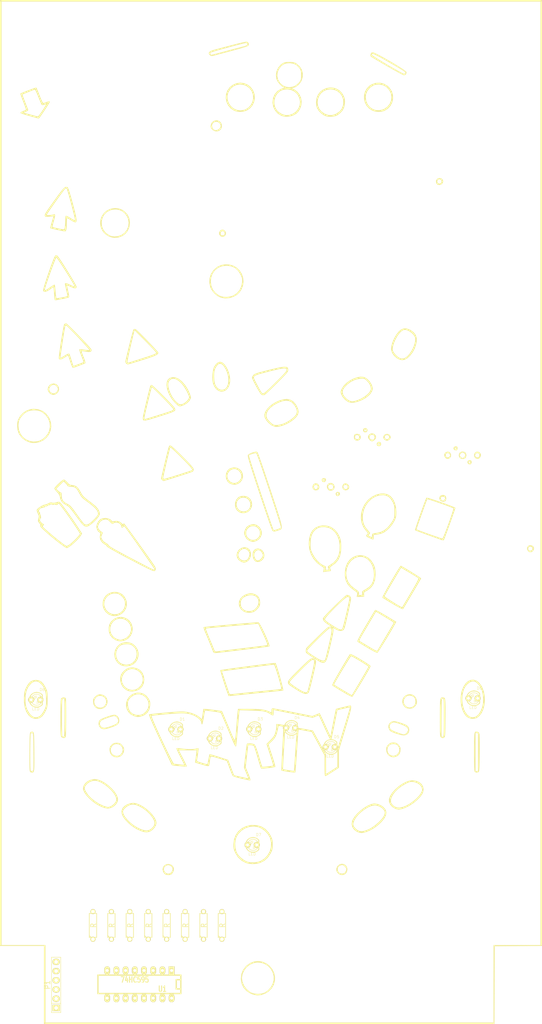
<source format=kicad_pcb>
(kicad_pcb (version 4) (host pcbnew "(2014-jul-16 BZR unknown)-product")
  (title_block (title "PARTYLand Miniature Pinball Playfield") (company "Felipe Corrêa da Silva Sanches"))
  (layers (0 F.Cu signal) (31 B.Cu signal) (34 B.Paste user) (35 F.Paste user) (36 B.SilkS user) (37 F.SilkS user) (38 B.Mask user) (39 F.Mask user) (44 Edge.Cuts user))
  (net 0 "")
  (net 1 "Net-(D1-Pad1)")
  (net 2 GND)
  (net 3 "Net-(D2-Pad1)")
  (net 4 "Net-(D3-Pad1)")
  (net 5 "Net-(D4-Pad1)")
  (net 6 "Net-(D5-Pad1)")
  (net 7 "Net-(D6-Pad1)")
  (net 8 "Net-(D7-Pad1)")
  (net 9 "Net-(D8-Pad1)")
  (net 10 LED_MASTER_RESET)
  (net 11 LED_REGISTER_CLOCK)
  (net 12 LED_SERIAL_DATA)
  (net 13 LED_SERIAL_CLOCK)
  (net 14 VCC)
  (net 15 "Net-(R1-Pad1)")
  (net 16 "Net-(R2-Pad1)")
  (net 17 "Net-(R3-Pad1)")
  (net 18 "Net-(R4-Pad1)")
  (net 19 "Net-(R5-Pad1)")
  (net 20 "Net-(R6-Pad1)")
  (net 21 "Net-(R7-Pad1)")
  (net 22 "Net-(R8-Pad1)")
  (net 23 "Net-(U1-Pad9)")
  (module LEDs:LED-3MM (layer F.Cu) (at 98.81 264.16)
    (fp_text reference D1 (at 1.778 -2.794) (layer F.SilkS) (effects (font (size 0.762 0.762) (thickness 0.0889))))
    (fp_text value LED (at 0 2.54) (layer F.SilkS) (effects (font (size 0.762 0.762) (thickness 0.0889))))
    (pad 1 thru_hole circle (at -1.27 0) (size 1.6764 1.6764) (drill 0.8128) (layers *.Cu *.Mask F.SilkS) (net 1 "Net-(D1-Pad1)"))
    (pad 2 thru_hole circle (at 1.27 0) (size 1.6764 1.6764) (drill 0.8128) (layers *.Cu *.Mask F.SilkS) (net 2 GND))
  )
  (module LEDs:LED-3MM (layer F.Cu) (at 109.4526 266.6746)
    (fp_text reference D2 (at 1.778 -2.794) (layer F.SilkS) (effects (font (size 0.762 0.762) (thickness 0.0889))))
    (fp_text value LED (at 0 2.54) (layer F.SilkS) (effects (font (size 0.762 0.762) (thickness 0.0889))))
    (pad 1 thru_hole circle (at -1.27 0) (size 1.6764 1.6764) (drill 0.8128) (layers *.Cu *.Mask F.SilkS) (net 3 "Net-(D2-Pad1)"))
    (pad 2 thru_hole circle (at 1.27 0) (size 1.6764 1.6764) (drill 0.8128) (layers *.Cu *.Mask F.SilkS) (net 2 GND))
  )
  (module LEDs:LED-3MM (layer F.Cu) (at 120.2984 264.1092)
    (fp_text reference D3 (at 1.778 -2.794) (layer F.SilkS) (effects (font (size 0.762 0.762) (thickness 0.0889))))
    (fp_text value LED (at 0 2.54) (layer F.SilkS) (effects (font (size 0.762 0.762) (thickness 0.0889))))
    (pad 1 thru_hole circle (at -1.27 0) (size 1.6764 1.6764) (drill 0.8128) (layers *.Cu *.Mask F.SilkS) (net 4 "Net-(D3-Pad1)"))
    (pad 2 thru_hole circle (at 1.27 0) (size 1.6764 1.6764) (drill 0.8128) (layers *.Cu *.Mask F.SilkS) (net 2 GND))
  )
  (module LEDs:LED-3MM (layer F.Cu) (at 130.4584 263.7536)
    (fp_text reference D4 (at 1.778 -2.794) (layer F.SilkS) (effects (font (size 0.762 0.762) (thickness 0.0889))))
    (fp_text value LED (at 0 2.54) (layer F.SilkS) (effects (font (size 0.762 0.762) (thickness 0.0889))))
    (pad 1 thru_hole circle (at -1.27 0) (size 1.6764 1.6764) (drill 0.8128) (layers *.Cu *.Mask F.SilkS) (net 5 "Net-(D4-Pad1)"))
    (pad 2 thru_hole circle (at 1.27 0) (size 1.6764 1.6764) (drill 0.8128) (layers *.Cu *.Mask F.SilkS) (net 2 GND))
  )
  (module LEDs:LED-3MM (layer F.Cu) (at 141.355 269.0114)
    (fp_text reference D5 (at 1.778 -2.794) (layer F.SilkS) (effects (font (size 0.762 0.762) (thickness 0.0889))))
    (fp_text value LED (at 0 2.54) (layer F.SilkS) (effects (font (size 0.762 0.762) (thickness 0.0889))))
    (pad 1 thru_hole circle (at -1.27 0) (size 1.6764 1.6764) (drill 0.8128) (layers *.Cu *.Mask F.SilkS) (net 6 "Net-(D5-Pad1)"))
    (pad 2 thru_hole circle (at 1.27 0) (size 1.6764 1.6764) (drill 0.8128) (layers *.Cu *.Mask F.SilkS) (net 2 GND))
  )
  (module LEDs:LED-3MM (layer F.Cu) (at 60.1766 256.0066)
    (fp_text reference D6 (at 1.778 -2.794) (layer F.SilkS) (effects (font (size 0.762 0.762) (thickness 0.0889))))
    (fp_text value LED (at 0 2.54) (layer F.SilkS) (effects (font (size 0.762 0.762) (thickness 0.0889))))
    (pad 1 thru_hole circle (at -1.27 0) (size 1.6764 1.6764) (drill 0.8128) (layers *.Cu *.Mask F.SilkS) (net 7 "Net-(D6-Pad1)"))
    (pad 2 thru_hole circle (at 1.27 0) (size 1.6764 1.6764) (drill 0.8128) (layers *.Cu *.Mask F.SilkS) (net 2 GND))
  )
  (module LEDs:LED-3MM (layer F.Cu) (at 119.8412 296.0116)
    (fp_text reference D7 (at 1.778 -2.794) (layer F.SilkS) (effects (font (size 0.762 0.762) (thickness 0.0889))))
    (fp_text value LED (at 0 2.54) (layer F.SilkS) (effects (font (size 0.762 0.762) (thickness 0.0889))))
    (pad 1 thru_hole circle (at -1.27 0) (size 1.6764 1.6764) (drill 0.8128) (layers *.Cu *.Mask F.SilkS) (net 8 "Net-(D7-Pad1)"))
    (pad 2 thru_hole circle (at 1.27 0) (size 1.6764 1.6764) (drill 0.8128) (layers *.Cu *.Mask F.SilkS) (net 2 GND))
  )
  (module LEDs:LED-3MM (layer F.Cu) (at 180.7504 255.6002)
    (fp_text reference D8 (at 1.778 -2.794) (layer F.SilkS) (effects (font (size 0.762 0.762) (thickness 0.0889))))
    (fp_text value LED (at 0 2.54) (layer F.SilkS) (effects (font (size 0.762 0.762) (thickness 0.0889))))
    (pad 1 thru_hole circle (at -1.27 0) (size 1.6764 1.6764) (drill 0.8128) (layers *.Cu *.Mask F.SilkS) (net 9 "Net-(D8-Pad1)"))
    (pad 2 thru_hole circle (at 1.27 0) (size 1.6764 1.6764) (drill 0.8128) (layers *.Cu *.Mask F.SilkS) (net 2 GND))
  )
  (module Pin_Headers:Pin_Header_Straight_1x06 (layer F.Cu) (at 65.79 334.62 90)
    (fp_text reference P1 (at 0 -2.286 90) (layer F.SilkS) (effects (font (size 1.27 1.27) (thickness 0.2032))))
    (fp_text value CONN_6 hide)
    (pad 1 thru_hole rect (at -6.35 0 90) (size 1.7272 2.032) (drill 1.016) (layers *.Cu *.Mask F.SilkS) (net 2 GND))
    (pad 2 thru_hole oval (at -3.81 0 90) (size 1.7272 2.032) (drill 1.016) (layers *.Cu *.Mask F.SilkS) (net 10 LED_MASTER_RESET))
    (pad 3 thru_hole oval (at -1.27 0 90) (size 1.7272 2.032) (drill 1.016) (layers *.Cu *.Mask F.SilkS) (net 11 LED_REGISTER_CLOCK))
    (pad 4 thru_hole oval (at 1.27 0 90) (size 1.7272 2.032) (drill 1.016) (layers *.Cu *.Mask F.SilkS) (net 12 LED_SERIAL_DATA))
    (pad 5 thru_hole oval (at 3.81 0 90) (size 1.7272 2.032) (drill 1.016) (layers *.Cu *.Mask F.SilkS) (net 13 LED_SERIAL_CLOCK))
    (pad 6 thru_hole oval (at 6.35 0 90) (size 1.7272 2.032) (drill 1.016) (layers *.Cu *.Mask F.SilkS) (net 14 VCC))
  )
  (module Discret:R3 (layer F.Cu) (at 91.19 318.22 90)
    (fp_text reference R1 hide)
    (fp_text value R (at 0 0.127 90) (layer F.SilkS) (effects (font (size 1.397 1.27) (thickness 0.2032))))
    (pad 1 thru_hole circle (at -3.81 0 90) (size 1.397 1.397) (drill 0.8128) (layers *.Cu *.Mask F.SilkS) (net 15 "Net-(R1-Pad1)"))
    (pad 2 thru_hole circle (at 3.81 0 90) (size 1.397 1.397) (drill 0.8128) (layers *.Cu *.Mask F.SilkS) (net 1 "Net-(D1-Pad1)"))
  )
  (module Discret:R3 (layer F.Cu) (at 101.35 318.22 90)
    (fp_text reference R2 hide)
    (fp_text value R (at 0 0.127 90) (layer F.SilkS) (effects (font (size 1.397 1.27) (thickness 0.2032))))
    (pad 1 thru_hole circle (at -3.81 0 90) (size 1.397 1.397) (drill 0.8128) (layers *.Cu *.Mask F.SilkS) (net 16 "Net-(R2-Pad1)"))
    (pad 2 thru_hole circle (at 3.81 0 90) (size 1.397 1.397) (drill 0.8128) (layers *.Cu *.Mask F.SilkS) (net 3 "Net-(D2-Pad1)"))
  )
  (module Discret:R3 (layer F.Cu) (at 81.03 318.22 90)
    (fp_text reference R3 hide)
    (fp_text value R (at 0 0.127 90) (layer F.SilkS) (effects (font (size 1.397 1.27) (thickness 0.2032))))
    (pad 1 thru_hole circle (at -3.81 0 90) (size 1.397 1.397) (drill 0.8128) (layers *.Cu *.Mask F.SilkS) (net 17 "Net-(R3-Pad1)"))
    (pad 2 thru_hole circle (at 3.81 0 90) (size 1.397 1.397) (drill 0.8128) (layers *.Cu *.Mask F.SilkS) (net 4 "Net-(D3-Pad1)"))
  )
  (module Discret:R3 (layer F.Cu) (at 96.27 318.22 90)
    (fp_text reference R4 hide)
    (fp_text value R (at 0 0.127 90) (layer F.SilkS) (effects (font (size 1.397 1.27) (thickness 0.2032))))
    (pad 1 thru_hole circle (at -3.81 0 90) (size 1.397 1.397) (drill 0.8128) (layers *.Cu *.Mask F.SilkS) (net 18 "Net-(R4-Pad1)"))
    (pad 2 thru_hole circle (at 3.81 0 90) (size 1.397 1.397) (drill 0.8128) (layers *.Cu *.Mask F.SilkS) (net 5 "Net-(D4-Pad1)"))
  )
  (module Discret:R3 (layer F.Cu) (at 106.43 318.22 90)
    (fp_text reference R5 hide)
    (fp_text value R (at 0 0.127 90) (layer F.SilkS) (effects (font (size 1.397 1.27) (thickness 0.2032))))
    (pad 1 thru_hole circle (at -3.81 0 90) (size 1.397 1.397) (drill 0.8128) (layers *.Cu *.Mask F.SilkS) (net 19 "Net-(R5-Pad1)"))
    (pad 2 thru_hole circle (at 3.81 0 90) (size 1.397 1.397) (drill 0.8128) (layers *.Cu *.Mask F.SilkS) (net 6 "Net-(D5-Pad1)"))
  )
  (module Discret:R3 (layer F.Cu) (at 75.95 318.22 90)
    (fp_text reference R6 hide)
    (fp_text value R (at 0 0.127 90) (layer F.SilkS) (effects (font (size 1.397 1.27) (thickness 0.2032))))
    (pad 1 thru_hole circle (at -3.81 0 90) (size 1.397 1.397) (drill 0.8128) (layers *.Cu *.Mask F.SilkS) (net 20 "Net-(R6-Pad1)"))
    (pad 2 thru_hole circle (at 3.81 0 90) (size 1.397 1.397) (drill 0.8128) (layers *.Cu *.Mask F.SilkS) (net 7 "Net-(D6-Pad1)"))
  )
  (module Discret:R3 (layer F.Cu) (at 111.51 318.22 90)
    (fp_text reference R7 hide)
    (fp_text value R (at 0 0.127 90) (layer F.SilkS) (effects (font (size 1.397 1.27) (thickness 0.2032))))
    (pad 1 thru_hole circle (at -3.81 0 90) (size 1.397 1.397) (drill 0.8128) (layers *.Cu *.Mask F.SilkS) (net 21 "Net-(R7-Pad1)"))
    (pad 2 thru_hole circle (at 3.81 0 90) (size 1.397 1.397) (drill 0.8128) (layers *.Cu *.Mask F.SilkS) (net 8 "Net-(D7-Pad1)"))
  )
  (module Discret:R3 (layer F.Cu) (at 86.11 318.22 90)
    (fp_text reference R8 hide)
    (fp_text value R (at 0 0.127 90) (layer F.SilkS) (effects (font (size 1.397 1.27) (thickness 0.2032))))
    (pad 1 thru_hole circle (at -3.81 0 90) (size 1.397 1.397) (drill 0.8128) (layers *.Cu *.Mask F.SilkS) (net 22 "Net-(R8-Pad1)"))
    (pad 2 thru_hole circle (at 3.81 0 90) (size 1.397 1.397) (drill 0.8128) (layers *.Cu *.Mask F.SilkS) (net 9 "Net-(D8-Pad1)"))
  )
  (module Sockets_DIP:DIP-16__300_ELL (layer F.Cu) (at 88.75 334.46 180)
    (fp_text reference U1 (at -6.35 -1.27 180) (layer F.SilkS) (effects (font (size 1.524 1.143) (thickness 0.3048))))
    (fp_text value 74HC595 (at 1.27 1.27 180) (layer F.SilkS) (effects (font (size 1.524 1.143) (thickness 0.3048))))
    (pad 1 thru_hole rect (at -8.89 3.81 180) (size 1.5748 2.286) (drill 0.8128) (layers *.Cu *.Mask F.SilkS) (net 16 "Net-(R2-Pad1)"))
    (pad 2 thru_hole oval (at -6.35 3.81 180) (size 1.5748 2.286) (drill 0.8128) (layers *.Cu *.Mask F.SilkS) (net 17 "Net-(R3-Pad1)"))
    (pad 3 thru_hole oval (at -3.81 3.81 180) (size 1.5748 2.286) (drill 0.8128) (layers *.Cu *.Mask F.SilkS) (net 18 "Net-(R4-Pad1)"))
    (pad 4 thru_hole oval (at -1.27 3.81 180) (size 1.5748 2.286) (drill 0.8128) (layers *.Cu *.Mask F.SilkS) (net 19 "Net-(R5-Pad1)"))
    (pad 5 thru_hole oval (at 1.27 3.81 180) (size 1.5748 2.286) (drill 0.8128) (layers *.Cu *.Mask F.SilkS) (net 20 "Net-(R6-Pad1)"))
    (pad 6 thru_hole oval (at 3.81 3.81 180) (size 1.5748 2.286) (drill 0.8128) (layers *.Cu *.Mask F.SilkS) (net 21 "Net-(R7-Pad1)"))
    (pad 7 thru_hole oval (at 6.35 3.81 180) (size 1.5748 2.286) (drill 0.8128) (layers *.Cu *.Mask F.SilkS) (net 22 "Net-(R8-Pad1)"))
    (pad 8 thru_hole oval (at 8.89 3.81 180) (size 1.5748 2.286) (drill 0.8128) (layers *.Cu *.Mask F.SilkS) (net 2 GND))
    (pad 9 thru_hole oval (at 8.89 -3.81 180) (size 1.5748 2.286) (drill 0.8128) (layers *.Cu *.Mask F.SilkS) (net 23 "Net-(U1-Pad9)"))
    (pad 10 thru_hole oval (at 6.35 -3.81 180) (size 1.5748 2.286) (drill 0.8128) (layers *.Cu *.Mask F.SilkS) (net 10 LED_MASTER_RESET))
    (pad 11 thru_hole oval (at 3.81 -3.81 180) (size 1.5748 2.286) (drill 0.8128) (layers *.Cu *.Mask F.SilkS) (net 13 LED_SERIAL_CLOCK))
    (pad 12 thru_hole oval (at 1.27 -3.81 180) (size 1.5748 2.286) (drill 0.8128) (layers *.Cu *.Mask F.SilkS) (net 11 LED_REGISTER_CLOCK))
    (pad 13 thru_hole oval (at -1.27 -3.81 180) (size 1.5748 2.286) (drill 0.8128) (layers *.Cu *.Mask F.SilkS) (net 2 GND))
    (pad 14 thru_hole oval (at -3.81 -3.81 180) (size 1.5748 2.286) (drill 0.8128) (layers *.Cu *.Mask F.SilkS) (net 12 LED_SERIAL_DATA))
    (pad 15 thru_hole oval (at -6.35 -3.81 180) (size 1.5748 2.286) (drill 0.8128) (layers *.Cu *.Mask F.SilkS) (net 15 "Net-(R1-Pad1)"))
    (pad 16 thru_hole oval (at -8.89 -3.81 180) (size 1.5748 2.286) (drill 0.8128) (layers *.Cu *.Mask F.SilkS) (net 14 VCC))
  )
  (module partyland:playfield_inserts (layer F.Cu) (at 124.21 205.74)
    (fp_text reference G*** hide)
    (fp_text value LOGO hide)
  )
  (module partyland:playfield_holes (layer F.Cu) (at 125.05 204.24)
    (fp_text reference G*** hide)
    (fp_text value LOGO hide)
  )
)
</source>
